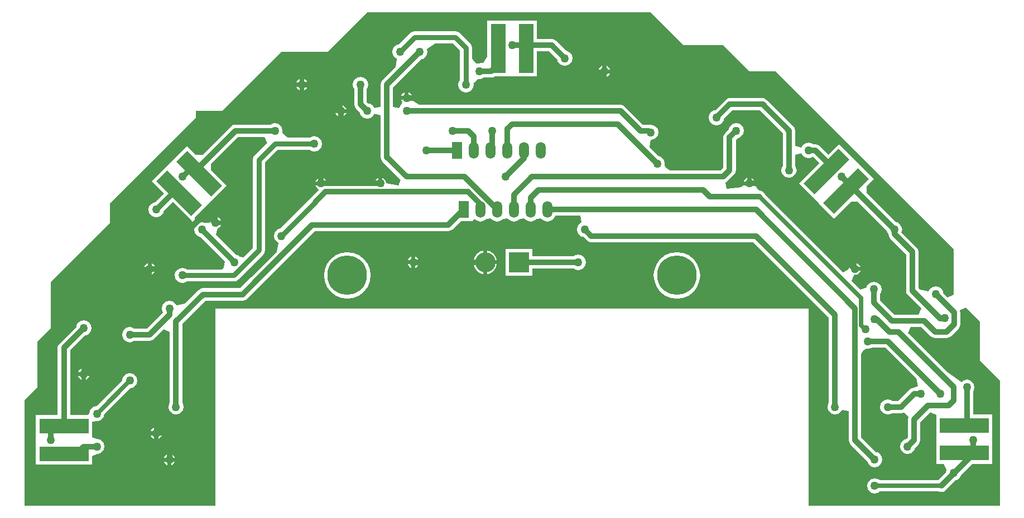
<source format=gbl>
%FSLAX24Y24*%
%MOIN*%
G70*
G01*
G75*
G04 Layer_Physical_Order=2*
G04 Layer_Color=16711680*
%ADD10R,0.0354X0.0591*%
%ADD11R,0.0591X0.0354*%
%ADD12R,0.0500X0.0400*%
%ADD13R,0.0400X0.0500*%
%ADD14R,0.0354X0.0315*%
%ADD15R,0.2953X0.0906*%
%ADD16R,0.0315X0.0354*%
G04:AMPARAMS|DCode=17|XSize=90.6mil|YSize=295.3mil|CornerRadius=0mil|HoleSize=0mil|Usage=FLASHONLY|Rotation=45.000|XOffset=0mil|YOffset=0mil|HoleType=Round|Shape=Rectangle|*
%AMROTATEDRECTD17*
4,1,4,0.0724,-0.1364,-0.1364,0.0724,-0.0724,0.1364,0.1364,-0.0724,0.0724,-0.1364,0.0*
%
%ADD17ROTATEDRECTD17*%

%ADD18R,0.0906X0.2953*%
G04:AMPARAMS|DCode=19|XSize=90.6mil|YSize=295.3mil|CornerRadius=0mil|HoleSize=0mil|Usage=FLASHONLY|Rotation=315.000|XOffset=0mil|YOffset=0mil|HoleType=Round|Shape=Rectangle|*
%AMROTATEDRECTD19*
4,1,4,-0.1364,-0.0724,0.0724,0.1364,0.1364,0.0724,-0.0724,-0.1364,-0.1364,-0.0724,0.0*
%
%ADD19ROTATEDRECTD19*%

%ADD20C,0.0323*%
%ADD21C,0.0315*%
%ADD22C,0.0250*%
%ADD23C,0.0100*%
%ADD24C,0.2362*%
%ADD25C,0.1200*%
%ADD26R,0.1200X0.1200*%
%ADD27O,0.0600X0.0994*%
%ADD28R,0.0600X0.0994*%
%ADD29C,0.0500*%
%ADD30C,0.0339*%
G36*
X59449Y57087D02*
X61811D01*
X63386Y55512D01*
X64961D01*
X75591Y44882D01*
Y42154D01*
X75227Y42003D01*
X74967Y42263D01*
X74948Y42361D01*
X74848Y42509D01*
X74699Y42609D01*
X74524Y42644D01*
X74348Y42609D01*
X74199Y42509D01*
X74101Y42362D01*
X74094Y42362D01*
X73566Y42467D01*
X73479Y42554D01*
Y44724D01*
X73451Y44865D01*
X73371Y44985D01*
X72470Y45886D01*
X72471Y45887D01*
X72506Y46063D01*
X72471Y46239D01*
X72372Y46387D01*
X72223Y46487D01*
X72125Y46506D01*
X70382Y48250D01*
Y48644D01*
X70814Y49076D01*
X69891Y49999D01*
X69891D01*
X69645Y50245D01*
X69645D01*
X68722Y51169D01*
X68092Y50539D01*
X67583Y51048D01*
X67464Y51128D01*
X67323Y51156D01*
X67188D01*
X67105Y51211D01*
X66929Y51246D01*
X66754Y51211D01*
X66605Y51112D01*
X66505Y50963D01*
Y50963D01*
X66398Y50984D01*
Y50984D01*
X66117Y51040D01*
Y51968D01*
X66093Y52086D01*
X66088Y52110D01*
X66009Y52229D01*
X64434Y53804D01*
X64314Y53884D01*
X64173Y53912D01*
X62205D01*
X62064Y53884D01*
X61944Y53804D01*
X61340Y53199D01*
X61242Y53180D01*
X61093Y53080D01*
X60993Y52931D01*
X60959Y52756D01*
X60993Y52580D01*
X61093Y52431D01*
X61242Y52332D01*
X61417Y52297D01*
X61593Y52332D01*
X61742Y52431D01*
X61841Y52580D01*
X61861Y52678D01*
X62357Y53175D01*
X64021D01*
X65380Y51816D01*
Y49865D01*
X65324Y49782D01*
X65289Y49606D01*
X65324Y49431D01*
X65424Y49282D01*
X65572Y49182D01*
X65748Y49147D01*
X65924Y49182D01*
X66072Y49282D01*
X66172Y49431D01*
X66207Y49606D01*
X66172Y49782D01*
X66117Y49865D01*
Y50535D01*
X66398Y50591D01*
Y50591D01*
X66505Y50612D01*
Y50612D01*
X66605Y50463D01*
X66754Y50364D01*
X66929Y50329D01*
X67105Y50364D01*
X67177Y50412D01*
X67571Y50018D01*
X66351Y48798D01*
X67274Y47875D01*
X67274D01*
X67520Y47629D01*
X67520D01*
X68443Y46705D01*
X69467Y47729D01*
X69860D01*
X71604Y45985D01*
X71623Y45887D01*
X71679Y45805D01*
Y45787D01*
X71707Y45646D01*
X71707Y45646D01*
X71707Y45646D01*
X71787Y45527D01*
X72742Y44572D01*
Y42402D01*
X72770Y42261D01*
X72770Y42261D01*
X72770Y42261D01*
X72850Y42141D01*
X73656Y41335D01*
X73505Y40971D01*
X72050D01*
X71195Y41826D01*
Y42222D01*
X71251Y42305D01*
X71286Y42480D01*
X71251Y42656D01*
X71151Y42805D01*
X71002Y42904D01*
X70827Y42939D01*
X70651Y42904D01*
X70502Y42805D01*
X70403Y42656D01*
X70388Y42580D01*
X70011Y42466D01*
X69475Y43002D01*
X69660Y43349D01*
X69685Y43344D01*
X69822Y43371D01*
X69937Y43448D01*
X70015Y43564D01*
X70018Y43581D01*
X69685D01*
Y43701D01*
X69565D01*
Y44034D01*
X69548Y44030D01*
X69433Y43953D01*
X69355Y43837D01*
X69328Y43701D01*
X69333Y43676D01*
X68986Y43491D01*
X64320Y48156D01*
X64317Y48173D01*
X64237Y48292D01*
X64117Y48372D01*
X63976Y48400D01*
X63970D01*
X63724Y48699D01*
X62973D01*
X62924Y48594D01*
X62027Y48495D01*
X61952Y48872D01*
X62072Y48952D01*
X62072Y48952D01*
X62072Y48952D01*
X62465Y49346D01*
X62545Y49465D01*
X62550Y49489D01*
X62573Y49606D01*
Y51422D01*
X62676Y51525D01*
X62774Y51545D01*
X62923Y51644D01*
X63022Y51793D01*
X63057Y51968D01*
X63022Y52144D01*
X62923Y52293D01*
X62774Y52392D01*
X62598Y52427D01*
X62423Y52392D01*
X62274Y52293D01*
X62175Y52144D01*
X62155Y52046D01*
X61944Y51835D01*
X61864Y51716D01*
X61836Y51575D01*
Y49759D01*
X61658Y49581D01*
X58662D01*
X58436Y49732D01*
X58310Y49885D01*
X58333Y50000D01*
X58298Y50176D01*
X58198Y50324D01*
X58050Y50424D01*
X57952Y50443D01*
X57408Y50987D01*
X57492Y51411D01*
X57668Y51446D01*
X57817Y51546D01*
X57916Y51694D01*
X57951Y51870D01*
X57916Y52046D01*
X57817Y52195D01*
X57668Y52294D01*
X57492Y52329D01*
X57402Y52311D01*
X57370Y52317D01*
X57031D01*
X55938Y53410D01*
X55818Y53490D01*
X55677Y53518D01*
X43666D01*
X43293Y53767D01*
X43252Y53817D01*
X42580D01*
X42584Y53800D01*
X42661Y53685D01*
D01*
X42661Y53685D01*
X42661D01*
X42661Y53685D01*
X42624Y53578D01*
X42462Y53331D01*
X42101Y53403D01*
Y54572D01*
X43779Y56250D01*
X43876Y56269D01*
X44025Y56368D01*
X44125Y56517D01*
X44160Y56693D01*
X44125Y56868D01*
X44613Y57195D01*
X45676D01*
X46092Y56778D01*
Y54989D01*
X46033Y54900D01*
X45998Y54724D01*
X46033Y54549D01*
X46132Y54400D01*
X46281Y54301D01*
X46457Y54266D01*
X46632Y54301D01*
X46781Y54400D01*
X46881Y54549D01*
X46916Y54724D01*
X46903Y54787D01*
X47181Y55065D01*
X47244Y55053D01*
X47420Y55088D01*
X47503Y55143D01*
X47953D01*
X48094Y55171D01*
X48157Y55213D01*
X49039D01*
Y55213D01*
X49039D01*
X49039Y55213D01*
X49387D01*
Y55213D01*
X50692D01*
Y56718D01*
X51422D01*
X51919Y56221D01*
X51938Y56124D01*
X52038Y55975D01*
X52187Y55875D01*
X52362Y55840D01*
X52538Y55875D01*
X52687Y55975D01*
X52786Y56124D01*
X52821Y56299D01*
X52786Y56475D01*
X52687Y56624D01*
X52538Y56723D01*
X52440Y56743D01*
X51835Y57347D01*
X51716Y57427D01*
X51575Y57455D01*
X50692D01*
Y58566D01*
X49387D01*
D01*
D01*
X49387Y58566D01*
X49039D01*
Y58566D01*
X47733D01*
Y56405D01*
X47483Y56031D01*
X47094Y55973D01*
X46983Y56064D01*
X46821Y56306D01*
Y56929D01*
X46793Y57069D01*
X46714Y57187D01*
X46084Y57817D01*
X45966Y57896D01*
X45827Y57924D01*
X43386D01*
X43246Y57896D01*
X43128Y57817D01*
X42449Y57138D01*
X42344Y57117D01*
X42195Y57017D01*
X42096Y56868D01*
X42061Y56693D01*
X42096Y56517D01*
X42195Y56368D01*
X42333Y56277D01*
X42337Y56234D01*
X42242Y55755D01*
X41472Y54985D01*
X41392Y54865D01*
X41364Y54724D01*
Y53403D01*
X41082Y53346D01*
Y53346D01*
X40975Y53325D01*
Y53325D01*
X40876Y53474D01*
X40727Y53573D01*
X40629Y53593D01*
X40526Y53696D01*
Y54466D01*
X40581Y54549D01*
X40616Y54724D01*
X40581Y54900D01*
X40482Y55049D01*
X40333Y55148D01*
X40157Y55183D01*
X39982Y55148D01*
X39833Y55049D01*
X39734Y54900D01*
X39699Y54724D01*
X39734Y54549D01*
X39789Y54466D01*
Y53543D01*
X39817Y53402D01*
X39897Y53283D01*
X40108Y53072D01*
X40127Y52974D01*
X40227Y52825D01*
X40376Y52726D01*
X40551Y52691D01*
X40727Y52726D01*
X40876Y52825D01*
X40975Y52974D01*
Y52974D01*
X41082Y52953D01*
Y52953D01*
X41364Y52897D01*
Y50394D01*
X41392Y50253D01*
X41392Y50253D01*
X41392Y50253D01*
X41472Y50133D01*
X42566Y49039D01*
X42415Y48676D01*
X41695Y48819D01*
X41668Y48955D01*
X41591Y49071D01*
X41475Y49149D01*
X41459Y49152D01*
Y48819D01*
X41219D01*
Y49152D01*
X41202Y49149D01*
X41086Y49071D01*
X41009Y48955D01*
X40982Y48819D01*
X40261Y48676D01*
X38873D01*
X38152Y48819D01*
X38125Y48955D01*
X38048Y49071D01*
X37932Y49149D01*
X37915Y49152D01*
Y48819D01*
X37795D01*
Y48699D01*
X37462D01*
X37466Y48682D01*
X37543Y48567D01*
D01*
X37543Y48567D01*
X37543Y48567D01*
X37543Y48567D01*
X37543D01*
X37676Y48433D01*
X37200Y47957D01*
X37189Y47940D01*
X35362Y46114D01*
X35257Y46093D01*
X35109Y45994D01*
X35009Y45845D01*
X34974Y45669D01*
X35009Y45494D01*
X35109Y45345D01*
X35246Y45253D01*
X35250Y45210D01*
X35155Y44732D01*
X33626Y43202D01*
X33592Y43180D01*
X32954Y42542D01*
X30748D01*
X30604Y42513D01*
X30482Y42432D01*
X29664Y41614D01*
X29221Y41525D01*
X29152Y41532D01*
X29065Y41663D01*
X28916Y41762D01*
X28740Y41797D01*
X28565Y41762D01*
X28416Y41663D01*
X28316Y41514D01*
X28281Y41339D01*
X28316Y41163D01*
X28365Y41091D01*
X27406Y40132D01*
X26636D01*
X26554Y40188D01*
X26378Y40223D01*
X26202Y40188D01*
X26054Y40088D01*
X25954Y39939D01*
X25919Y39764D01*
X25954Y39588D01*
X26054Y39439D01*
X26202Y39340D01*
X26378Y39305D01*
X26554Y39340D01*
X26636Y39395D01*
X27559D01*
X27700Y39423D01*
X27820Y39503D01*
X27820Y39503D01*
X27820Y39503D01*
X28394Y40077D01*
X28757Y39927D01*
Y35680D01*
X28710Y35609D01*
X28675Y35433D01*
X28710Y35257D01*
X28809Y35109D01*
X28958Y35009D01*
X29134Y34974D01*
X29309Y35009D01*
X29458Y35109D01*
X29558Y35257D01*
X29593Y35433D01*
X29558Y35609D01*
X29510Y35680D01*
Y40395D01*
X30904Y41789D01*
X33110D01*
X33254Y41817D01*
X33376Y41899D01*
X34125Y42647D01*
X34147Y42681D01*
X37416Y45950D01*
X45394D01*
X45535Y45978D01*
X45654Y46058D01*
X45654Y46058D01*
X45654Y46058D01*
X46143Y46547D01*
X46819D01*
Y46547D01*
X46958Y46687D01*
Y46687D01*
X46958Y46687D01*
X47124Y46576D01*
X47319Y46537D01*
X47514Y46576D01*
X47679Y46687D01*
X47932Y46713D01*
X47958Y46687D01*
X47958Y46687D01*
Y46687D01*
X48124Y46576D01*
X48319Y46537D01*
X48514Y46576D01*
X48679Y46687D01*
X48932Y46713D01*
X48958Y46687D01*
X48958Y46687D01*
Y46687D01*
X49124Y46576D01*
X49319Y46537D01*
X49514Y46576D01*
X49679Y46687D01*
X49932Y46713D01*
X49958Y46687D01*
X49958Y46687D01*
Y46687D01*
X50124Y46576D01*
X50319Y46537D01*
X50514Y46576D01*
X50679Y46687D01*
X50932Y46713D01*
X50958Y46687D01*
X50958Y46687D01*
Y46687D01*
X51124Y46576D01*
X51319Y46537D01*
X51514Y46576D01*
X51679Y46687D01*
X51790Y46852D01*
X51795Y46876D01*
X53290D01*
X53368Y46487D01*
X53219Y46387D01*
X53119Y46239D01*
X53084Y46063D01*
X53119Y45887D01*
X53219Y45739D01*
X53368Y45639D01*
X53466Y45620D01*
X53676Y45409D01*
X53796Y45329D01*
X53819Y45324D01*
X53937Y45301D01*
X63627D01*
X68135Y40792D01*
Y35692D01*
X68080Y35609D01*
X68045Y35433D01*
X68080Y35257D01*
X68179Y35109D01*
X68328Y35009D01*
X68504Y34974D01*
X68680Y35009D01*
X68828Y35109D01*
X68928Y35257D01*
X69317Y35180D01*
Y33465D01*
X69345Y33324D01*
X69345Y33324D01*
X69345Y33324D01*
X69424Y33204D01*
X70423Y32206D01*
X70442Y32108D01*
X70542Y31959D01*
X70691Y31860D01*
X70866Y31825D01*
X71042Y31860D01*
X71191Y31959D01*
X71290Y32108D01*
X71325Y32283D01*
X71290Y32459D01*
X71191Y32608D01*
X71042Y32707D01*
X70944Y32727D01*
X70054Y33617D01*
Y38582D01*
X70205Y38808D01*
X70358Y38934D01*
X70472Y38911D01*
X70648Y38946D01*
X70731Y39002D01*
X71501D01*
X73344Y37158D01*
X73439Y36680D01*
X73228Y36589D01*
X73087Y36561D01*
X72968Y36481D01*
X72288Y35802D01*
X71912D01*
X71829Y35857D01*
X71654Y35892D01*
X71478Y35857D01*
X71329Y35758D01*
X71230Y35609D01*
X71195Y35433D01*
X71230Y35257D01*
X71329Y35109D01*
X71478Y35009D01*
X71654Y34974D01*
X71829Y35009D01*
X71912Y35065D01*
X72441D01*
X72582Y35093D01*
X72617Y35116D01*
X72896Y34838D01*
X72888Y34826D01*
X72860Y34685D01*
Y33617D01*
X72757Y33514D01*
X72659Y33495D01*
X72510Y33395D01*
X72411Y33246D01*
X72376Y33071D01*
X72411Y32895D01*
X72510Y32746D01*
X72659Y32647D01*
X72835Y32612D01*
X73010Y32647D01*
X73159Y32746D01*
X73259Y32895D01*
X73278Y32993D01*
X73489Y33204D01*
X73569Y33324D01*
X73597Y33465D01*
Y34532D01*
X74180Y35116D01*
X74544Y34965D01*
Y33678D01*
X74544Y33678D01*
X74544Y33330D01*
X74544D01*
Y32024D01*
X74985D01*
X75170Y31677D01*
X75167Y31672D01*
X75137Y31525D01*
X74653Y31040D01*
X71180D01*
X71042Y31133D01*
X70866Y31167D01*
X70691Y31133D01*
X70542Y31033D01*
X70442Y30884D01*
X70407Y30709D01*
X70442Y30533D01*
X70542Y30384D01*
X70691Y30285D01*
X70866Y30250D01*
X71042Y30285D01*
X71180Y30377D01*
X74688D01*
X74701Y30368D01*
X74843Y30340D01*
X74984Y30368D01*
X75103Y30448D01*
X75717Y31063D01*
X75766Y31072D01*
X75915Y31172D01*
X76014Y31320D01*
X76024Y31369D01*
X76679Y32024D01*
X77897D01*
Y33330D01*
D01*
Y33330D01*
X77897Y33330D01*
Y33678D01*
X77897D01*
Y34983D01*
X76746D01*
Y36356D01*
X76802Y36439D01*
X76837Y36614D01*
X76802Y36790D01*
X76702Y36939D01*
X76554Y37038D01*
X76378Y37073D01*
X76202Y37038D01*
X76054Y36939D01*
X75251Y37475D01*
X72856Y39870D01*
X73006Y40234D01*
X73670D01*
X74236Y39669D01*
X74355Y39589D01*
X74355Y39589D01*
X74355Y39589D01*
D01*
X74355Y39589D01*
X74355Y39589D01*
X74496Y39561D01*
X75157D01*
X75299Y39589D01*
X75418Y39669D01*
X75887Y40137D01*
X75966Y40257D01*
X75994Y40398D01*
X75994Y40398D01*
X75994Y40398D01*
Y40398D01*
Y41083D01*
X75971Y41200D01*
X75968Y41216D01*
X76315Y41401D01*
X77165Y40551D01*
Y38189D01*
X78346Y37008D01*
X78346D01*
Y29528D01*
X66929D01*
Y41339D01*
X31496D01*
Y29528D01*
X20079D01*
Y35827D01*
X20079D01*
X20866Y36614D01*
Y39370D01*
X21654Y40157D01*
Y42913D01*
X25197Y46457D01*
Y47638D01*
X30315Y52756D01*
Y53150D01*
X31890D01*
X35433Y56693D01*
X38189D01*
X40551Y59055D01*
X57480D01*
X59449Y57087D01*
D02*
G37*
%LPC*%
G36*
X27439Y43581D02*
X27226D01*
X27229Y43564D01*
X27307Y43448D01*
X27422Y43371D01*
X27439Y43368D01*
Y43581D01*
D02*
G37*
G36*
X27892D02*
X27679D01*
Y43368D01*
X27696Y43371D01*
X27811Y43448D01*
X27889Y43564D01*
X27892Y43581D01*
D02*
G37*
G36*
X47486Y43974D02*
X46916D01*
X46947Y43821D01*
X47102Y43590D01*
X47333Y43435D01*
X47486Y43405D01*
Y43974D01*
D02*
G37*
G36*
X23742Y37735D02*
Y37522D01*
X23955D01*
X23952Y37538D01*
X23874Y37654D01*
X23759Y37731D01*
X23742Y37735D01*
D02*
G37*
G36*
X39370Y44700D02*
X39010Y44653D01*
X38674Y44513D01*
X38385Y44292D01*
X38164Y44004D01*
X38025Y43668D01*
X37977Y43307D01*
X38025Y42947D01*
X38164Y42611D01*
X38385Y42322D01*
X38674Y42101D01*
X39010Y41962D01*
X39370Y41914D01*
X39731Y41962D01*
X40067Y42101D01*
X40355Y42322D01*
X40576Y42611D01*
X40716Y42947D01*
X40763Y43307D01*
X40716Y43668D01*
X40576Y44004D01*
X40355Y44292D01*
X40067Y44513D01*
X39731Y44653D01*
X39370Y44700D01*
D02*
G37*
G36*
X59055D02*
X58695Y44653D01*
X58359Y44513D01*
X58070Y44292D01*
X57849Y44004D01*
X57710Y43668D01*
X57662Y43307D01*
X57710Y42947D01*
X57849Y42611D01*
X58070Y42322D01*
X58359Y42101D01*
X58695Y41962D01*
X59055Y41914D01*
X59416Y41962D01*
X59752Y42101D01*
X60040Y42322D01*
X60262Y42611D01*
X60401Y42947D01*
X60448Y43307D01*
X60401Y43668D01*
X60262Y44004D01*
X60040Y44292D01*
X59752Y44513D01*
X59416Y44653D01*
X59055Y44700D01*
D02*
G37*
G36*
X43640Y43974D02*
X43427D01*
Y43762D01*
X43444Y43765D01*
X43559Y43842D01*
X43637Y43958D01*
X43640Y43974D01*
D02*
G37*
G36*
X27439Y44034D02*
X27422Y44030D01*
X27307Y43953D01*
X27229Y43837D01*
X27226Y43821D01*
X27439D01*
Y44034D01*
D02*
G37*
G36*
X27679D02*
Y43821D01*
X27892D01*
X27889Y43837D01*
X27811Y43953D01*
X27696Y44030D01*
X27679Y44034D01*
D02*
G37*
G36*
X48296Y43974D02*
X47726D01*
Y43405D01*
X47879Y43435D01*
X48111Y43590D01*
X48266Y43821D01*
X48296Y43974D01*
D02*
G37*
G36*
X50406Y44894D02*
X48806D01*
Y43294D01*
X50406D01*
Y43726D01*
X52891D01*
X52974Y43671D01*
X53150Y43636D01*
X53325Y43671D01*
X53474Y43770D01*
X53573Y43919D01*
X53608Y44094D01*
X53573Y44270D01*
X53474Y44419D01*
X53325Y44518D01*
X53150Y44553D01*
X52974Y44518D01*
X52891Y44463D01*
X50406D01*
Y44894D01*
D02*
G37*
G36*
X43187Y43974D02*
X42974D01*
X42977Y43958D01*
X43055Y43842D01*
X43171Y43765D01*
X43187Y43762D01*
Y43974D01*
D02*
G37*
G36*
X28860Y32616D02*
Y32403D01*
X29073D01*
X29070Y32420D01*
X28992Y32536D01*
X28877Y32613D01*
X28860Y32616D01*
D02*
G37*
G36*
X27833Y33738D02*
X27620D01*
X27623Y33722D01*
X27700Y33606D01*
X27816Y33529D01*
X27833Y33525D01*
Y33738D01*
D02*
G37*
G36*
X28286D02*
X28073D01*
Y33525D01*
X28089Y33529D01*
X28205Y33606D01*
X28282Y33722D01*
X28286Y33738D01*
D02*
G37*
G36*
X28620Y32163D02*
X28407D01*
X28410Y32147D01*
X28488Y32031D01*
X28604Y31954D01*
X28620Y31950D01*
Y32163D01*
D02*
G37*
G36*
X29073D02*
X28860D01*
Y31950D01*
X28877Y31954D01*
X28992Y32031D01*
X29070Y32147D01*
X29073Y32163D01*
D02*
G37*
G36*
X28620Y32616D02*
X28604Y32613D01*
X28488Y32536D01*
X28410Y32420D01*
X28407Y32403D01*
X28620D01*
Y32616D01*
D02*
G37*
G36*
X23502Y37282D02*
X23289D01*
X23292Y37265D01*
X23370Y37149D01*
X23485Y37072D01*
X23502Y37069D01*
Y37282D01*
D02*
G37*
G36*
X23955D02*
X23742D01*
Y37069D01*
X23759Y37072D01*
X23874Y37149D01*
X23952Y37265D01*
X23955Y37282D01*
D02*
G37*
G36*
X23502Y37735D02*
X23485Y37731D01*
X23370Y37654D01*
X23292Y37538D01*
X23289Y37522D01*
X23502D01*
Y37735D01*
D02*
G37*
G36*
X27833Y34191D02*
X27816Y34188D01*
X27700Y34111D01*
X27623Y33995D01*
X27620Y33978D01*
X27833D01*
Y34191D01*
D02*
G37*
G36*
X28073D02*
Y33978D01*
X28286D01*
X28282Y33995D01*
X28205Y34111D01*
X28089Y34188D01*
X28073Y34191D01*
D02*
G37*
G36*
X23622Y40616D02*
X23446Y40581D01*
X23298Y40482D01*
X23198Y40333D01*
X23179Y40235D01*
X22180Y39237D01*
X22101Y39117D01*
X22072Y38976D01*
Y34944D01*
X20765D01*
Y33639D01*
X20765Y33639D01*
X20765Y33291D01*
X20765D01*
Y31985D01*
X24117D01*
Y32473D01*
D01*
X24409Y32612D01*
X24409D01*
Y32612D01*
D01*
D01*
D01*
X24585Y32647D01*
X24734Y32746D01*
X24833Y32895D01*
X24868Y33071D01*
X24833Y33246D01*
X24734Y33395D01*
X24585Y33495D01*
X24409Y33530D01*
X24409Y33530D01*
X24409Y33530D01*
X24117Y33639D01*
Y33639D01*
D01*
D01*
X24117Y33639D01*
Y34553D01*
X24409Y34581D01*
X24409Y34581D01*
Y34581D01*
D01*
D01*
D01*
X24585Y34615D01*
X24734Y34715D01*
X24833Y34864D01*
X24866Y35027D01*
X26390Y36551D01*
X26554Y36584D01*
X26702Y36683D01*
X26802Y36832D01*
X26837Y37008D01*
X26802Y37183D01*
X26702Y37332D01*
X26554Y37432D01*
X26378Y37467D01*
X26202Y37432D01*
X26054Y37332D01*
X25954Y37183D01*
X25922Y37020D01*
X24397Y35496D01*
X24234Y35463D01*
X24085Y35364D01*
X23986Y35215D01*
X23951Y35039D01*
X23872Y34944D01*
X22809D01*
Y38824D01*
X23700Y39714D01*
X23798Y39734D01*
X23946Y39833D01*
X24046Y39982D01*
X24081Y40157D01*
X24046Y40333D01*
X23946Y40482D01*
X23798Y40581D01*
X23622Y40616D01*
D02*
G37*
G36*
X69805Y44034D02*
Y43821D01*
X70018D01*
X70015Y43837D01*
X69937Y43953D01*
X69822Y44030D01*
X69805Y44034D01*
D02*
G37*
G36*
X43033Y54270D02*
Y54057D01*
X43246D01*
X43243Y54074D01*
X43166Y54189D01*
X43050Y54267D01*
X43033Y54270D01*
D02*
G37*
G36*
X36534Y54604D02*
X36321D01*
X36324Y54588D01*
X36401Y54472D01*
X36517Y54395D01*
X36534Y54391D01*
Y54604D01*
D02*
G37*
G36*
X36987D02*
X36774D01*
Y54391D01*
X36790Y54395D01*
X36906Y54472D01*
X36983Y54588D01*
X36987Y54604D01*
D02*
G37*
G36*
X38856Y53483D02*
X38840Y53479D01*
X38724Y53402D01*
X38647Y53286D01*
X38643Y53270D01*
X38856D01*
Y53483D01*
D02*
G37*
G36*
X39096D02*
Y53270D01*
X39309D01*
X39306Y53286D01*
X39229Y53402D01*
X39113Y53479D01*
X39096Y53483D01*
D02*
G37*
G36*
X42793Y54270D02*
X42777Y54267D01*
X42661Y54189D01*
X42584Y54074D01*
X42580Y54057D01*
X42793D01*
Y54270D01*
D02*
G37*
G36*
X55057Y55392D02*
X54844D01*
Y55179D01*
X54861Y55182D01*
X54977Y55259D01*
X55054Y55375D01*
X55057Y55392D01*
D02*
G37*
G36*
X54604Y55845D02*
X54588Y55841D01*
X54472Y55764D01*
X54395Y55648D01*
X54391Y55632D01*
X54604D01*
Y55845D01*
D02*
G37*
G36*
X54844D02*
Y55632D01*
X55057D01*
X55054Y55648D01*
X54977Y55764D01*
X54861Y55841D01*
X54844Y55845D01*
D02*
G37*
G36*
X36534Y55057D02*
X36517Y55054D01*
X36401Y54977D01*
X36324Y54861D01*
X36321Y54844D01*
X36534D01*
Y55057D01*
D02*
G37*
G36*
X36774D02*
Y54844D01*
X36987D01*
X36983Y54861D01*
X36906Y54977D01*
X36790Y55054D01*
X36774Y55057D01*
D02*
G37*
G36*
X54604Y55392D02*
X54391D01*
X54395Y55375D01*
X54472Y55259D01*
X54588Y55182D01*
X54604Y55179D01*
Y55392D01*
D02*
G37*
G36*
X47726Y44784D02*
Y44214D01*
X48296D01*
X48266Y44368D01*
X48111Y44599D01*
X47879Y44754D01*
X47726Y44784D01*
D02*
G37*
G36*
X37675Y49152D02*
X37659Y49149D01*
X37543Y49071D01*
X37466Y48955D01*
X37462Y48939D01*
X37675D01*
Y49152D01*
D02*
G37*
G36*
X47486Y44784D02*
X47333Y44754D01*
X47102Y44599D01*
X46947Y44368D01*
X46916Y44214D01*
X47486D01*
Y44784D01*
D02*
G37*
G36*
X43187Y44427D02*
X43171Y44424D01*
X43055Y44347D01*
X42977Y44231D01*
X42974Y44214D01*
X43187D01*
Y44427D01*
D02*
G37*
G36*
X43427D02*
Y44214D01*
X43640D01*
X43637Y44231D01*
X43559Y44347D01*
X43444Y44424D01*
X43427Y44427D01*
D02*
G37*
G36*
X35039Y52427D02*
X34864Y52392D01*
X34781Y52337D01*
X32677D01*
X32536Y52309D01*
X32417Y52229D01*
X30707Y50519D01*
X30313D01*
X29782Y51050D01*
X28859Y50127D01*
Y50127D01*
X28613Y49881D01*
Y49881D01*
X27690Y48958D01*
X28418Y48230D01*
X27875Y47687D01*
X27777Y47668D01*
X27628Y47569D01*
X27529Y47420D01*
X27494Y47244D01*
X27529Y47069D01*
X27628Y46920D01*
X27777Y46820D01*
X27953Y46785D01*
X28128Y46820D01*
X28277Y46920D01*
X28377Y47069D01*
X28396Y47166D01*
X28939Y47709D01*
X30046Y46602D01*
X30046D01*
X30060Y46587D01*
D01*
D01*
D01*
X30060Y46587D01*
X30331Y46317D01*
X30265Y46219D01*
X30230Y46043D01*
X30265Y45868D01*
X30365Y45719D01*
X30513Y45619D01*
X30611Y45600D01*
X32041Y44170D01*
X32003Y43778D01*
X31844Y43672D01*
X29792D01*
X29703Y43731D01*
X29528Y43766D01*
X29352Y43731D01*
X29203Y43632D01*
X29104Y43483D01*
X29069Y43307D01*
X29104Y43132D01*
X29203Y42983D01*
X29352Y42883D01*
X29528Y42848D01*
X29703Y42883D01*
X29792Y42943D01*
X32594D01*
X32734Y42970D01*
X32852Y43049D01*
X34352Y44549D01*
X34352Y44549D01*
X34352Y44549D01*
X34431Y44668D01*
X34459Y44807D01*
Y50085D01*
X35190Y50817D01*
X37137D01*
X37226Y50757D01*
X37402Y50722D01*
X37577Y50757D01*
X37726Y50857D01*
X37825Y51006D01*
X37860Y51181D01*
X37825Y51357D01*
X37726Y51506D01*
X37577Y51605D01*
X37402Y51640D01*
X37226Y51605D01*
X37137Y51546D01*
X35833D01*
X35592Y51707D01*
X35475Y51850D01*
X35498Y51968D01*
X35463Y52144D01*
X35364Y52293D01*
X35215Y52392D01*
X35039Y52427D01*
D02*
G37*
G36*
X38856Y53030D02*
X38643D01*
X38647Y53013D01*
X38724Y52897D01*
X38840Y52820D01*
X38856Y52817D01*
Y53030D01*
D02*
G37*
G36*
X39309D02*
X39096D01*
Y52817D01*
X39113Y52820D01*
X39229Y52897D01*
X39306Y53013D01*
X39309Y53030D01*
D02*
G37*
G36*
X63506Y49152D02*
Y48939D01*
X63719D01*
X63716Y48955D01*
X63638Y49071D01*
X63522Y49149D01*
X63506Y49152D01*
D02*
G37*
G36*
X63266D02*
X63249Y49149D01*
X63133Y49071D01*
X63056Y48955D01*
X63053Y48939D01*
X63266D01*
Y49152D01*
D02*
G37*
%LPD*%
G36*
X34579Y51236D02*
X33837Y50494D01*
X33758Y50376D01*
X33730Y50236D01*
Y44958D01*
X33170Y44398D01*
X32962Y44419D01*
X32813Y44518D01*
X32716Y44538D01*
X31506Y45748D01*
X31620Y46124D01*
X31633Y46127D01*
X31748Y46204D01*
X31826Y46320D01*
X31829Y46337D01*
X31496D01*
Y46457D01*
X31376D01*
Y46790D01*
X31360Y46786D01*
X31244Y46709D01*
X31166Y46593D01*
X31139Y46457D01*
D01*
X30865Y46467D01*
X30865Y46467D01*
X30865Y46467D01*
X30689Y46502D01*
X30513Y46467D01*
X30456Y46429D01*
X30257Y46671D01*
Y46784D01*
X30984Y47510D01*
Y47510D01*
X31230Y47757D01*
Y47757D01*
X32153Y48680D01*
X31228Y49605D01*
Y49998D01*
X32830Y51600D01*
X34428D01*
X34579Y51236D01*
D02*
G37*
%LPC*%
G36*
X31616Y46790D02*
Y46577D01*
X31829D01*
X31826Y46593D01*
X31748Y46709D01*
X31633Y46786D01*
X31616Y46790D01*
D02*
G37*
%LPD*%
G54D15*
X76220Y32677D02*
D03*
Y34331D02*
D03*
X22441Y34291D02*
D03*
Y32638D02*
D03*
G54D17*
X30506Y49404D02*
D03*
X29337Y48234D02*
D03*
G54D18*
X50039Y56890D02*
D03*
X48386D02*
D03*
G54D19*
X69167Y48352D02*
D03*
X67998Y49522D02*
D03*
G54D20*
X42913Y53150D02*
X55677D01*
X56878Y51949D02*
X57370D01*
X55677Y53150D02*
X56878Y51949D01*
X71764Y39917D02*
X72287D01*
X71004Y40677D02*
X71764Y39917D01*
X70854Y40677D02*
X71004D01*
X74524Y42185D02*
X75626Y41083D01*
Y40398D02*
Y41083D01*
X75157Y39929D02*
X75626Y40398D01*
X74496Y39929D02*
X75157D01*
X73823Y40602D02*
X74496Y39929D01*
X71898Y40602D02*
X73823D01*
X70827Y41673D02*
X71898Y40602D01*
X70827Y41673D02*
Y42480D01*
X61024Y48032D02*
X63976D01*
X74783Y40728D02*
X74965D01*
X73110Y42402D02*
X74783Y40728D01*
X46925Y50787D02*
Y51618D01*
X46575Y51968D02*
X46925Y51618D01*
X45669Y51968D02*
X46575D01*
X37461Y47697D02*
X38071Y48307D01*
X46575D01*
X47319Y47563D01*
X33858Y42913D02*
X37264Y46319D01*
X68898Y49213D02*
X72047Y46063D01*
X73110Y42402D02*
Y44724D01*
X72047Y45787D02*
X73110Y44724D01*
X72047Y45787D02*
Y46063D01*
X36654Y54724D02*
X37402D01*
X73228Y33465D02*
Y34685D01*
X75276Y35512D02*
X75591Y35827D01*
X74055Y35512D02*
X75276D01*
X73228Y34685D02*
X74055Y35512D01*
X22441Y38976D02*
X23622Y40157D01*
X22441Y34291D02*
Y38976D01*
X23622Y33071D02*
X24409D01*
X37402Y54724D02*
X38976Y53150D01*
X28740Y40945D02*
Y41339D01*
X27559Y39764D02*
X28740Y40945D01*
X26378Y39764D02*
X27559D01*
X28346Y34646D02*
X28740Y34252D01*
X27165Y35827D02*
X28346Y34646D01*
X27953Y33858D02*
X28346Y34252D01*
X73228Y36220D02*
X73622D01*
X72441Y35433D02*
X73228Y36220D01*
X71654Y35433D02*
X72441D01*
X72835Y33071D02*
X73228Y33465D01*
X75591Y35827D02*
Y36614D01*
X72287Y39917D02*
X75591Y36614D01*
X64567Y48819D02*
X69685Y43701D01*
X63386Y48819D02*
X64567D01*
X60630Y48425D02*
X61024Y48032D01*
X50787Y48425D02*
X60630D01*
X68504Y35433D02*
Y40945D01*
X63780Y45669D02*
X68504Y40945D01*
X53937Y45669D02*
X63780D01*
X53543Y46063D02*
X53937Y45669D01*
X48819Y49213D02*
X49925Y50319D01*
Y50787D01*
X55512Y52362D02*
X57874Y50000D01*
X49213Y52362D02*
X55512D01*
X48925Y52075D02*
X49213Y52362D01*
X48925Y50787D02*
Y52075D01*
X49606Y44094D02*
X53150D01*
Y53937D02*
X54724Y55512D01*
X42913Y53937D02*
X53150D01*
X43307Y44094D02*
X47606D01*
X37795Y48819D02*
X41339D01*
X40157Y53543D02*
X40551Y53150D01*
X40157Y53543D02*
Y54724D01*
X48032Y50894D02*
Y51968D01*
X37264Y46319D02*
X45394D01*
X38976Y50787D02*
Y53150D01*
X37795Y49606D02*
X38976Y50787D01*
X37795Y48819D02*
Y49606D01*
X29921Y44882D02*
Y46063D01*
X30709Y46850D01*
X31102D01*
X31496Y46457D01*
X28740Y43701D02*
X29921Y44882D01*
X27559Y43701D02*
X28740D01*
X30689Y46043D02*
X32638Y44094D01*
X44094Y50787D02*
X45925D01*
X25591Y41732D02*
X27559Y43701D01*
X25591Y39370D02*
Y41732D01*
X24409Y38189D02*
X25591Y39370D01*
X23622Y37402D02*
X24409Y38189D01*
X26772D01*
X27165Y37795D01*
Y35827D02*
Y37795D01*
X28740Y32283D02*
Y34252D01*
X74843Y30709D02*
X76772Y32638D01*
Y33465D01*
X51575Y57087D02*
X52362Y56299D01*
X49213Y57087D02*
X51575D01*
X32677Y51968D02*
X35039D01*
X30506Y49797D02*
X32677Y51968D01*
X29528Y49213D02*
X30112Y49797D01*
X21654Y33465D02*
Y34291D01*
X23189Y32638D02*
X23622Y33071D01*
X69685Y33465D02*
X70866Y32283D01*
X69685Y33465D02*
Y41339D01*
X63780Y47244D02*
X69685Y41339D01*
X51319Y47244D02*
X63780D01*
X50319Y47957D02*
X50787Y48425D01*
X50319Y47244D02*
Y47957D01*
X62205Y51575D02*
X62598Y51968D01*
X62205Y49606D02*
Y51575D01*
X61417Y52756D02*
X62205Y53543D01*
X64173D01*
X65748Y51968D01*
Y49606D02*
Y51968D01*
X61811Y49213D02*
X62205Y49606D01*
X50394Y49213D02*
X61811D01*
X49319Y48138D02*
X50394Y49213D01*
X49319Y47244D02*
Y48138D01*
X41732Y50394D02*
Y54724D01*
Y50394D02*
X42913Y49213D01*
X46350D01*
X48319Y47244D01*
X45394Y46319D02*
X46319Y47244D01*
X41732Y54724D02*
X43701Y56693D01*
X27953Y47244D02*
X28943Y48234D01*
X76378Y34291D02*
Y36614D01*
X70472Y39370D02*
X71654D01*
X74803Y36220D01*
X66929Y50787D02*
X67323D01*
X68313Y49797D01*
X47244Y55512D02*
X47953D01*
X48386Y55945D01*
G54D21*
X29528Y43307D02*
X32594D01*
X34094Y44807D01*
Y50236D01*
X35433Y45669D02*
X37461Y47697D01*
X46457Y54724D02*
Y56929D01*
X46457D02*
X46457D01*
X45827Y57559D02*
X46457Y56929D01*
X42520Y56693D02*
X43386Y57559D01*
X35039Y51181D02*
X37402D01*
X34094Y50236D02*
X35039Y51181D01*
X43386Y57559D02*
X45827D01*
G54D22*
X70051Y40334D02*
X70307Y40079D01*
X63976Y48032D02*
X70051Y41956D01*
Y40334D02*
Y41956D01*
X24409Y35039D02*
X26378Y37008D01*
X28346Y34252D02*
Y34646D01*
X47925Y50787D02*
X48032Y50894D01*
X32638Y44094D02*
X32677D01*
X70866Y30709D02*
X74843D01*
X30112Y49797D02*
X30506D01*
X21654Y32638D02*
X23189D01*
X70866Y32283D02*
X70866D01*
X47319Y47244D02*
Y47563D01*
X21654Y32638D02*
X21693Y32677D01*
X28943Y48234D02*
Y48628D01*
X48386Y55945D02*
Y57087D01*
X48425Y57047D01*
G54D24*
X39370Y43307D02*
D03*
X59055D02*
D03*
G54D25*
X47606Y44094D02*
D03*
G54D26*
X49606D02*
D03*
G54D27*
X51319Y47244D02*
D03*
X50319D02*
D03*
X49319D02*
D03*
X47319D02*
D03*
X48319D02*
D03*
X50925Y50787D02*
D03*
X49925D02*
D03*
X48925D02*
D03*
X46925D02*
D03*
X47925D02*
D03*
G54D28*
X46319Y47244D02*
D03*
X45925Y50787D02*
D03*
G54D29*
X57492Y51870D02*
D03*
X70854Y40677D02*
D03*
X74524Y42185D02*
D03*
X70827Y42480D02*
D03*
X70307Y40079D02*
D03*
X75047Y40748D02*
D03*
X42520Y56693D02*
D03*
X29528Y43307D02*
D03*
X75591Y31496D02*
D03*
X36654Y54724D02*
D03*
X27953Y33858D02*
D03*
X71654Y35433D02*
D03*
X73622Y36220D02*
D03*
X72835Y33071D02*
D03*
X69685Y43701D02*
D03*
X63386Y48819D02*
D03*
X68504Y35433D02*
D03*
X53543Y46063D02*
D03*
X48819Y49213D02*
D03*
X57874Y50000D02*
D03*
X53150Y44094D02*
D03*
X54724Y55512D02*
D03*
X42913Y53937D02*
D03*
X43307Y44094D02*
D03*
X41339Y48819D02*
D03*
X42913Y53150D02*
D03*
X40551D02*
D03*
X40157Y54724D02*
D03*
X48032Y51968D02*
D03*
X38976Y53150D02*
D03*
X37795Y48819D02*
D03*
X31496Y46457D02*
D03*
X32638Y44094D02*
D03*
X35433Y45669D02*
D03*
X30689Y46043D02*
D03*
X45669Y51968D02*
D03*
X37402Y51181D02*
D03*
X44094Y50787D02*
D03*
X28740Y41339D02*
D03*
X26378Y39764D02*
D03*
X27559Y43701D02*
D03*
X23622Y37402D02*
D03*
X28740Y32283D02*
D03*
X70866Y30709D02*
D03*
X76772Y33465D02*
D03*
X72047Y46063D02*
D03*
X68898Y49213D02*
D03*
X52362Y56299D02*
D03*
X49213Y57087D02*
D03*
X35039Y51968D02*
D03*
X29528Y49213D02*
D03*
X23622Y40157D02*
D03*
X21654Y33465D02*
D03*
X26378Y37008D02*
D03*
X24409Y35039D02*
D03*
Y33071D02*
D03*
X70866Y32283D02*
D03*
X62598Y51968D02*
D03*
X43701Y56693D02*
D03*
X29134Y35433D02*
D03*
X27953Y47244D02*
D03*
X76378Y36614D02*
D03*
X70472Y39370D02*
D03*
X74803Y36220D02*
D03*
X61417Y52756D02*
D03*
X65748Y49606D02*
D03*
X66929Y50787D02*
D03*
X47244Y55512D02*
D03*
X46457Y54724D02*
D03*
G54D30*
X33110Y42165D02*
X33858Y42913D01*
X30748Y42165D02*
X33110D01*
X29134Y40551D02*
X30748Y42165D01*
X29134Y35433D02*
Y40551D01*
M02*

</source>
